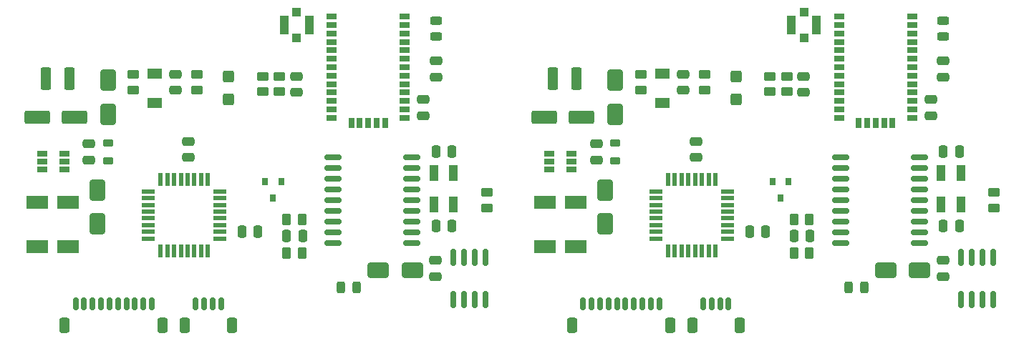
<source format=gbr>
%TF.GenerationSoftware,KiCad,Pcbnew,7.0.10*%
%TF.CreationDate,2024-03-22T19:30:52+01:00*%
%TF.ProjectId,SmartDisplay,536d6172-7444-4697-9370-6c61792e6b69,rev?*%
%TF.SameCoordinates,Original*%
%TF.FileFunction,Paste,Top*%
%TF.FilePolarity,Positive*%
%FSLAX46Y46*%
G04 Gerber Fmt 4.6, Leading zero omitted, Abs format (unit mm)*
G04 Created by KiCad (PCBNEW 7.0.10) date 2024-03-22 19:30:52*
%MOMM*%
%LPD*%
G01*
G04 APERTURE LIST*
G04 Aperture macros list*
%AMRoundRect*
0 Rectangle with rounded corners*
0 $1 Rounding radius*
0 $2 $3 $4 $5 $6 $7 $8 $9 X,Y pos of 4 corners*
0 Add a 4 corners polygon primitive as box body*
4,1,4,$2,$3,$4,$5,$6,$7,$8,$9,$2,$3,0*
0 Add four circle primitives for the rounded corners*
1,1,$1+$1,$2,$3*
1,1,$1+$1,$4,$5*
1,1,$1+$1,$6,$7*
1,1,$1+$1,$8,$9*
0 Add four rect primitives between the rounded corners*
20,1,$1+$1,$2,$3,$4,$5,0*
20,1,$1+$1,$4,$5,$6,$7,0*
20,1,$1+$1,$6,$7,$8,$9,0*
20,1,$1+$1,$8,$9,$2,$3,0*%
G04 Aperture macros list end*
%ADD10RoundRect,0.250000X-1.000000X-0.650000X1.000000X-0.650000X1.000000X0.650000X-1.000000X0.650000X0*%
%ADD11RoundRect,0.150000X0.150000X0.625000X-0.150000X0.625000X-0.150000X-0.625000X0.150000X-0.625000X0*%
%ADD12RoundRect,0.250000X0.350000X0.650000X-0.350000X0.650000X-0.350000X-0.650000X0.350000X-0.650000X0*%
%ADD13RoundRect,0.250000X0.650000X-1.000000X0.650000X1.000000X-0.650000X1.000000X-0.650000X-1.000000X0*%
%ADD14RoundRect,0.250000X-0.650000X1.000000X-0.650000X-1.000000X0.650000X-1.000000X0.650000X1.000000X0*%
%ADD15R,0.800000X0.900000*%
%ADD16R,1.000000X1.000000*%
%ADD17R,1.050000X2.200000*%
%ADD18RoundRect,0.250000X0.475000X-0.250000X0.475000X0.250000X-0.475000X0.250000X-0.475000X-0.250000X0*%
%ADD19R,1.220000X0.650000*%
%ADD20R,1.143000X0.711200*%
%ADD21R,0.711200X1.143000*%
%ADD22RoundRect,0.250000X0.425000X-0.450000X0.425000X0.450000X-0.425000X0.450000X-0.425000X-0.450000X0*%
%ADD23RoundRect,0.250000X-0.250000X-0.475000X0.250000X-0.475000X0.250000X0.475000X-0.250000X0.475000X0*%
%ADD24RoundRect,0.218750X0.381250X-0.218750X0.381250X0.218750X-0.381250X0.218750X-0.381250X-0.218750X0*%
%ADD25RoundRect,0.250000X-1.050000X-0.550000X1.050000X-0.550000X1.050000X0.550000X-1.050000X0.550000X0*%
%ADD26RoundRect,0.250000X-1.250000X-0.550000X1.250000X-0.550000X1.250000X0.550000X-1.250000X0.550000X0*%
%ADD27RoundRect,0.250000X-0.450000X0.262500X-0.450000X-0.262500X0.450000X-0.262500X0.450000X0.262500X0*%
%ADD28RoundRect,0.250000X-0.375000X-1.075000X0.375000X-1.075000X0.375000X1.075000X-0.375000X1.075000X0*%
%ADD29RoundRect,0.250000X0.450000X-0.262500X0.450000X0.262500X-0.450000X0.262500X-0.450000X-0.262500X0*%
%ADD30RoundRect,0.150000X0.875000X0.150000X-0.875000X0.150000X-0.875000X-0.150000X0.875000X-0.150000X0*%
%ADD31RoundRect,0.250000X-0.262500X-0.450000X0.262500X-0.450000X0.262500X0.450000X-0.262500X0.450000X0*%
%ADD32R,1.600000X0.550000*%
%ADD33R,0.550000X1.600000*%
%ADD34RoundRect,0.150000X-0.150000X0.825000X-0.150000X-0.825000X0.150000X-0.825000X0.150000X0.825000X0*%
%ADD35RoundRect,0.250000X-0.475000X0.250000X-0.475000X-0.250000X0.475000X-0.250000X0.475000X0.250000X0*%
%ADD36RoundRect,0.250000X0.250000X0.475000X-0.250000X0.475000X-0.250000X-0.475000X0.250000X-0.475000X0*%
%ADD37R,1.100000X1.900000*%
%ADD38R,1.700000X1.300000*%
%ADD39RoundRect,0.243750X-0.456250X0.243750X-0.456250X-0.243750X0.456250X-0.243750X0.456250X0.243750X0*%
%ADD40RoundRect,0.243750X-0.243750X-0.456250X0.243750X-0.456250X0.243750X0.456250X-0.243750X0.456250X0*%
G04 APERTURE END LIST*
D10*
%TO.C,D12*%
X151000000Y-73130000D03*
X155000000Y-73130000D03*
%TD*%
D11*
%TO.C,J12*%
X124200000Y-77105000D03*
X123200000Y-77105000D03*
X122200000Y-77105000D03*
X121200000Y-77105000D03*
X120200000Y-77105000D03*
X119200000Y-77105000D03*
X118200000Y-77105000D03*
X117200000Y-77105000D03*
X116200000Y-77105000D03*
X115200000Y-77105000D03*
D12*
X125500000Y-79630000D03*
X113900000Y-79630000D03*
%TD*%
D13*
%TO.C,D9*%
X119000000Y-54630000D03*
X119000000Y-50630000D03*
%TD*%
D14*
%TO.C,D8*%
X117790000Y-63630000D03*
X117790000Y-67630000D03*
%TD*%
D15*
%TO.C,D11*%
X139490000Y-62570000D03*
X137590000Y-62570000D03*
X138540000Y-64570000D03*
%TD*%
D16*
%TO.C,X2*%
X141315000Y-45570000D03*
D17*
X139840000Y-44070000D03*
D16*
X141315000Y-42570000D03*
D17*
X142790000Y-44070000D03*
%TD*%
D18*
%TO.C,C29*%
X156290000Y-54807500D03*
X156290000Y-52907500D03*
%TD*%
D19*
%TO.C,U7*%
X111230000Y-59280000D03*
X111230000Y-60230000D03*
X111230000Y-61180000D03*
X113850000Y-61180000D03*
X113850000Y-60230000D03*
X113850000Y-59280000D03*
%TD*%
D18*
%TO.C,C23*%
X141290000Y-52057500D03*
X141290000Y-50157500D03*
%TD*%
D20*
%TO.C,U10*%
X154115000Y-55070001D03*
X154115000Y-54070000D03*
X154115000Y-53070000D03*
X154115000Y-52069999D03*
X154115000Y-51070001D03*
X154115000Y-50070001D03*
X154115000Y-49070000D03*
X154115000Y-48069999D03*
X154115000Y-47069999D03*
X154115000Y-46070001D03*
X154115000Y-45070000D03*
X154115000Y-44070000D03*
X154115000Y-43069999D03*
X145465000Y-43069999D03*
X145465000Y-44070000D03*
X145465000Y-45070000D03*
X145465000Y-46070001D03*
X145465000Y-47069999D03*
X145465000Y-48069999D03*
X145465000Y-49070000D03*
X145465000Y-50070001D03*
X145465000Y-51070001D03*
X145465000Y-52069999D03*
X145465000Y-53070000D03*
X145465000Y-54070000D03*
X145465000Y-55070001D03*
D21*
X147789999Y-55670002D03*
X148789999Y-55670002D03*
X149790000Y-55670002D03*
X150790001Y-55670002D03*
X151790001Y-55670002D03*
%TD*%
D22*
%TO.C,C28*%
X133290000Y-52857500D03*
X133290000Y-50157500D03*
%TD*%
D23*
%TO.C,C21*%
X157802500Y-59070000D03*
X159702500Y-59070000D03*
%TD*%
D24*
%TO.C,L2*%
X119000000Y-60192500D03*
X119000000Y-58067500D03*
%TD*%
D25*
%TO.C,C24*%
X110690000Y-70320000D03*
X114290000Y-70320000D03*
%TD*%
%TO.C,C22*%
X110690000Y-65030000D03*
X114290000Y-65030000D03*
%TD*%
D18*
%TO.C,C20*%
X116790000Y-60057500D03*
X116790000Y-58157500D03*
%TD*%
D26*
%TO.C,C19*%
X110640000Y-55030000D03*
X115040000Y-55030000D03*
%TD*%
D27*
%TO.C,R9*%
X139290000Y-50157500D03*
X139290000Y-51982500D03*
%TD*%
D28*
%TO.C,F3*%
X111652500Y-50430000D03*
X114452500Y-50430000D03*
%TD*%
D29*
%TO.C,R10*%
X129540000Y-51732500D03*
X129540000Y-49907500D03*
%TD*%
D30*
%TO.C,U8*%
X154940000Y-69880000D03*
X154940000Y-68610000D03*
X154940000Y-67340000D03*
X154940000Y-66070000D03*
X154940000Y-64800000D03*
X154940000Y-63530000D03*
X154940000Y-62260000D03*
X154940000Y-60990000D03*
X154940000Y-59720000D03*
X145640000Y-59720000D03*
X145640000Y-60990000D03*
X145640000Y-62260000D03*
X145640000Y-63530000D03*
X145640000Y-64800000D03*
X145640000Y-66070000D03*
X145640000Y-67340000D03*
X145640000Y-68610000D03*
X145640000Y-69880000D03*
%TD*%
D23*
%TO.C,C16*%
X134877500Y-68570000D03*
X136777500Y-68570000D03*
%TD*%
D31*
%TO.C,R13*%
X140127500Y-67070000D03*
X141952500Y-67070000D03*
%TD*%
D32*
%TO.C,U6*%
X123790000Y-63770000D03*
X123790000Y-64570000D03*
X123790000Y-65370000D03*
X123790000Y-66170000D03*
X123790000Y-66970000D03*
X123790000Y-67770000D03*
X123790000Y-68570000D03*
X123790000Y-69370000D03*
D33*
X125240000Y-70820000D03*
X126040000Y-70820000D03*
X126840000Y-70820000D03*
X127640000Y-70820000D03*
X128440000Y-70820000D03*
X129240000Y-70820000D03*
X130040000Y-70820000D03*
X130840000Y-70820000D03*
D32*
X132290000Y-69370000D03*
X132290000Y-68570000D03*
X132290000Y-67770000D03*
X132290000Y-66970000D03*
X132290000Y-66170000D03*
X132290000Y-65370000D03*
X132290000Y-64570000D03*
X132290000Y-63770000D03*
D33*
X130840000Y-62320000D03*
X130040000Y-62320000D03*
X129240000Y-62320000D03*
X128440000Y-62320000D03*
X127640000Y-62320000D03*
X126840000Y-62320000D03*
X126040000Y-62320000D03*
X125240000Y-62320000D03*
%TD*%
D23*
%TO.C,C26*%
X140127500Y-69070000D03*
X142027500Y-69070000D03*
%TD*%
D29*
%TO.C,R14*%
X163790000Y-65732500D03*
X163790000Y-63907500D03*
%TD*%
D34*
%TO.C,U9*%
X163662000Y-71620000D03*
X162392000Y-71620000D03*
X161122000Y-71620000D03*
X159852000Y-71620000D03*
X159852000Y-76570000D03*
X161122000Y-76570000D03*
X162392000Y-76570000D03*
X163662000Y-76570000D03*
%TD*%
D35*
%TO.C,C30*%
X157750000Y-71930000D03*
X157750000Y-73830000D03*
%TD*%
D36*
%TO.C,C25*%
X159702500Y-67820000D03*
X157802500Y-67820000D03*
%TD*%
D37*
%TO.C,Y2*%
X157540000Y-61620000D03*
X157540000Y-65320000D03*
X159840000Y-65320000D03*
X159840000Y-61620000D03*
%TD*%
D38*
%TO.C,D10*%
X124540000Y-53320000D03*
X124540000Y-49820000D03*
%TD*%
D29*
%TO.C,R8*%
X122040000Y-51732500D03*
X122040000Y-49907500D03*
%TD*%
D27*
%TO.C,R11*%
X137290000Y-50157500D03*
X137290000Y-51982500D03*
%TD*%
D18*
%TO.C,C17*%
X128540000Y-59732500D03*
X128540000Y-57832500D03*
%TD*%
%TO.C,C27*%
X127040000Y-51795000D03*
X127040000Y-49895000D03*
%TD*%
D39*
%TO.C,D6*%
X157790000Y-43532500D03*
X157790000Y-45407500D03*
%TD*%
D11*
%TO.C,J13*%
X132400000Y-77105000D03*
X131400000Y-77105000D03*
X130400000Y-77105000D03*
X129400000Y-77105000D03*
D12*
X133700000Y-79630000D03*
X128100000Y-79630000D03*
%TD*%
D40*
%TO.C,F4*%
X146562500Y-75130000D03*
X148437500Y-75130000D03*
%TD*%
D31*
%TO.C,R12*%
X140127500Y-71070000D03*
X141952500Y-71070000D03*
%TD*%
D18*
%TO.C,C18*%
X157790000Y-50232500D03*
X157790000Y-48332500D03*
%TD*%
%TO.C,C3*%
X97790000Y-50232500D03*
X97790000Y-48332500D03*
%TD*%
D31*
%TO.C,R5*%
X80127500Y-71070000D03*
X81952500Y-71070000D03*
%TD*%
%TO.C,R6*%
X80127500Y-67070000D03*
X81952500Y-67070000D03*
%TD*%
D18*
%TO.C,C12*%
X67040000Y-51795000D03*
X67040000Y-49895000D03*
%TD*%
%TO.C,C2*%
X68540000Y-59732500D03*
X68540000Y-57832500D03*
%TD*%
D27*
%TO.C,R4*%
X77290000Y-50157500D03*
X77290000Y-51982500D03*
%TD*%
D29*
%TO.C,R1*%
X62040000Y-51732500D03*
X62040000Y-49907500D03*
%TD*%
D38*
%TO.C,D4*%
X64540000Y-53320000D03*
X64540000Y-49820000D03*
%TD*%
D37*
%TO.C,Y1*%
X97540000Y-61620000D03*
X97540000Y-65320000D03*
X99840000Y-65320000D03*
X99840000Y-61620000D03*
%TD*%
D36*
%TO.C,C10*%
X99702500Y-67820000D03*
X97802500Y-67820000D03*
%TD*%
D35*
%TO.C,C15*%
X97750000Y-71930000D03*
X97750000Y-73830000D03*
%TD*%
D34*
%TO.C,U4*%
X103662000Y-71620000D03*
X102392000Y-71620000D03*
X101122000Y-71620000D03*
X99852000Y-71620000D03*
X99852000Y-76570000D03*
X101122000Y-76570000D03*
X102392000Y-76570000D03*
X103662000Y-76570000D03*
%TD*%
D29*
%TO.C,R7*%
X103790000Y-65732500D03*
X103790000Y-63907500D03*
%TD*%
D23*
%TO.C,C11*%
X80127500Y-69070000D03*
X82027500Y-69070000D03*
%TD*%
D32*
%TO.C,U1*%
X63790000Y-63770000D03*
X63790000Y-64570000D03*
X63790000Y-65370000D03*
X63790000Y-66170000D03*
X63790000Y-66970000D03*
X63790000Y-67770000D03*
X63790000Y-68570000D03*
X63790000Y-69370000D03*
D33*
X65240000Y-70820000D03*
X66040000Y-70820000D03*
X66840000Y-70820000D03*
X67640000Y-70820000D03*
X68440000Y-70820000D03*
X69240000Y-70820000D03*
X70040000Y-70820000D03*
X70840000Y-70820000D03*
D32*
X72290000Y-69370000D03*
X72290000Y-68570000D03*
X72290000Y-67770000D03*
X72290000Y-66970000D03*
X72290000Y-66170000D03*
X72290000Y-65370000D03*
X72290000Y-64570000D03*
X72290000Y-63770000D03*
D33*
X70840000Y-62320000D03*
X70040000Y-62320000D03*
X69240000Y-62320000D03*
X68440000Y-62320000D03*
X67640000Y-62320000D03*
X66840000Y-62320000D03*
X66040000Y-62320000D03*
X65240000Y-62320000D03*
%TD*%
D23*
%TO.C,C1*%
X74877500Y-68570000D03*
X76777500Y-68570000D03*
%TD*%
D30*
%TO.C,U3*%
X94940000Y-69880000D03*
X94940000Y-68610000D03*
X94940000Y-67340000D03*
X94940000Y-66070000D03*
X94940000Y-64800000D03*
X94940000Y-63530000D03*
X94940000Y-62260000D03*
X94940000Y-60990000D03*
X94940000Y-59720000D03*
X85640000Y-59720000D03*
X85640000Y-60990000D03*
X85640000Y-62260000D03*
X85640000Y-63530000D03*
X85640000Y-64800000D03*
X85640000Y-66070000D03*
X85640000Y-67340000D03*
X85640000Y-68610000D03*
X85640000Y-69880000D03*
%TD*%
D29*
%TO.C,R3*%
X69540000Y-51732500D03*
X69540000Y-49907500D03*
%TD*%
D28*
%TO.C,F1*%
X51652500Y-50430000D03*
X54452500Y-50430000D03*
%TD*%
D27*
%TO.C,R2*%
X79290000Y-50157500D03*
X79290000Y-51982500D03*
%TD*%
D26*
%TO.C,C4*%
X50640000Y-55030000D03*
X55040000Y-55030000D03*
%TD*%
D18*
%TO.C,C5*%
X56790000Y-60057500D03*
X56790000Y-58157500D03*
%TD*%
D25*
%TO.C,C7*%
X50690000Y-65030000D03*
X54290000Y-65030000D03*
%TD*%
%TO.C,C9*%
X50690000Y-70320000D03*
X54290000Y-70320000D03*
%TD*%
D24*
%TO.C,L1*%
X59000000Y-60192500D03*
X59000000Y-58067500D03*
%TD*%
D23*
%TO.C,C6*%
X97802500Y-59070000D03*
X99702500Y-59070000D03*
%TD*%
D22*
%TO.C,C13*%
X73290000Y-52857500D03*
X73290000Y-50157500D03*
%TD*%
D20*
%TO.C,U5*%
X94115000Y-55070001D03*
X94115000Y-54070000D03*
X94115000Y-53070000D03*
X94115000Y-52069999D03*
X94115000Y-51070001D03*
X94115000Y-50070001D03*
X94115000Y-49070000D03*
X94115000Y-48069999D03*
X94115000Y-47069999D03*
X94115000Y-46070001D03*
X94115000Y-45070000D03*
X94115000Y-44070000D03*
X94115000Y-43069999D03*
X85465000Y-43069999D03*
X85465000Y-44070000D03*
X85465000Y-45070000D03*
X85465000Y-46070001D03*
X85465000Y-47069999D03*
X85465000Y-48069999D03*
X85465000Y-49070000D03*
X85465000Y-50070001D03*
X85465000Y-51070001D03*
X85465000Y-52069999D03*
X85465000Y-53070000D03*
X85465000Y-54070000D03*
X85465000Y-55070001D03*
D21*
X87789999Y-55670002D03*
X88789999Y-55670002D03*
X89790000Y-55670002D03*
X90790001Y-55670002D03*
X91790001Y-55670002D03*
%TD*%
D18*
%TO.C,C8*%
X81290000Y-52057500D03*
X81290000Y-50157500D03*
%TD*%
D19*
%TO.C,U2*%
X51230000Y-59280000D03*
X51230000Y-60230000D03*
X51230000Y-61180000D03*
X53850000Y-61180000D03*
X53850000Y-60230000D03*
X53850000Y-59280000D03*
%TD*%
D18*
%TO.C,C14*%
X96290000Y-54807500D03*
X96290000Y-52907500D03*
%TD*%
D16*
%TO.C,X1*%
X81315000Y-45570000D03*
D17*
X79840000Y-44070000D03*
D16*
X81315000Y-42570000D03*
D17*
X82790000Y-44070000D03*
%TD*%
D15*
%TO.C,D5*%
X79490000Y-62570000D03*
X77590000Y-62570000D03*
X78540000Y-64570000D03*
%TD*%
D14*
%TO.C,D2*%
X57790000Y-63630000D03*
X57790000Y-67630000D03*
%TD*%
D13*
%TO.C,D3*%
X59000000Y-54630000D03*
X59000000Y-50630000D03*
%TD*%
D11*
%TO.C,J4*%
X64200000Y-77105000D03*
X63200000Y-77105000D03*
X62200000Y-77105000D03*
X61200000Y-77105000D03*
X60200000Y-77105000D03*
X59200000Y-77105000D03*
X58200000Y-77105000D03*
X57200000Y-77105000D03*
X56200000Y-77105000D03*
X55200000Y-77105000D03*
D12*
X65500000Y-79630000D03*
X53900000Y-79630000D03*
%TD*%
D40*
%TO.C,F2*%
X86562500Y-75130000D03*
X88437500Y-75130000D03*
%TD*%
D11*
%TO.C,J5*%
X72400000Y-77105000D03*
X71400000Y-77105000D03*
X70400000Y-77105000D03*
X69400000Y-77105000D03*
D12*
X73700000Y-79630000D03*
X68100000Y-79630000D03*
%TD*%
D39*
%TO.C,D1*%
X97790000Y-43532500D03*
X97790000Y-45407500D03*
%TD*%
D10*
%TO.C,D7*%
X91000000Y-73130000D03*
X95000000Y-73130000D03*
%TD*%
M02*

</source>
